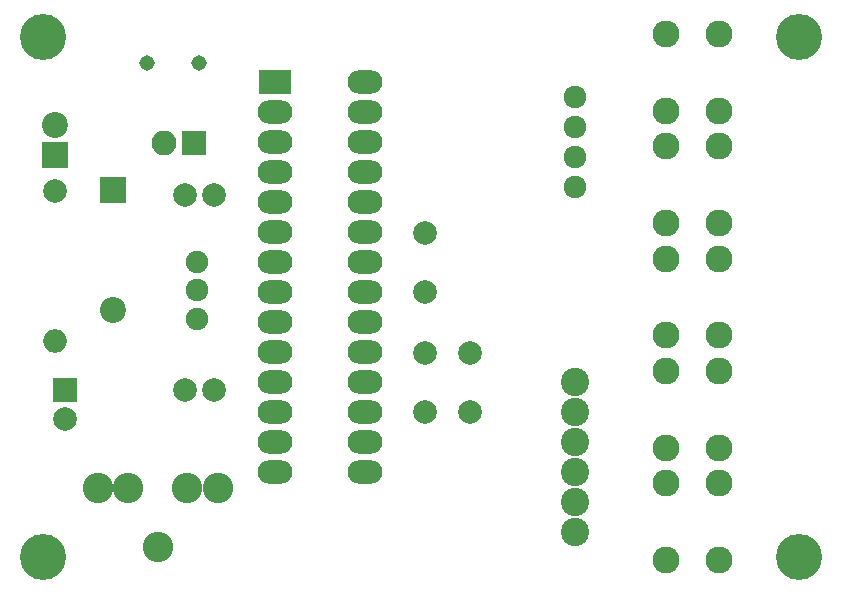
<source format=gbs>
G04 #@! TF.FileFunction,Soldermask,Bot*
%FSLAX46Y46*%
G04 Gerber Fmt 4.6, Leading zero omitted, Abs format (unit mm)*
G04 Created by KiCad (PCBNEW 4.0.5) date 07/20/17 14:13:58*
%MOMM*%
%LPD*%
G01*
G04 APERTURE LIST*
%ADD10C,0.100000*%
%ADD11C,2.000000*%
%ADD12R,2.000000X2.000000*%
%ADD13R,2.200000X2.200000*%
%ADD14C,2.200000*%
%ADD15C,1.924000*%
%ADD16R,2.800000X2.000000*%
%ADD17O,2.940000X2.000000*%
%ADD18C,1.309320*%
%ADD19R,2.100000X2.100000*%
%ADD20O,2.100000X2.100000*%
%ADD21C,1.900000*%
%ADD22O,2.000000X2.000000*%
%ADD23C,2.279600*%
%ADD24C,2.400000*%
%ADD25C,2.581860*%
%ADD26C,3.900000*%
G04 APERTURE END LIST*
D10*
D11*
X127000000Y-93345000D03*
X129500000Y-93345000D03*
X127000000Y-109855000D03*
X129500000Y-109855000D03*
D12*
X116840000Y-109855000D03*
D11*
X116840000Y-112355000D03*
X147320000Y-111760000D03*
X147320000Y-106760000D03*
X147320000Y-101600000D03*
X147320000Y-96600000D03*
X151130000Y-111760000D03*
X151130000Y-106760000D03*
D13*
X116000000Y-90000000D03*
D14*
X116000000Y-87460000D03*
D15*
X160020000Y-85090000D03*
X160020000Y-87630000D03*
X160020000Y-90170000D03*
X160020000Y-92710000D03*
D16*
X134620000Y-83820000D03*
D17*
X142240000Y-116840000D03*
X134620000Y-86360000D03*
X142240000Y-114300000D03*
X134620000Y-88900000D03*
X142240000Y-111760000D03*
X134620000Y-91440000D03*
X142240000Y-109220000D03*
X134620000Y-93980000D03*
X142240000Y-106680000D03*
X134620000Y-96520000D03*
X142240000Y-104140000D03*
X134620000Y-99060000D03*
X142240000Y-101600000D03*
X134620000Y-101600000D03*
X142240000Y-99060000D03*
X134620000Y-104140000D03*
X142240000Y-96520000D03*
X134620000Y-106680000D03*
X142240000Y-93980000D03*
X134620000Y-109220000D03*
X142240000Y-91440000D03*
X134620000Y-111760000D03*
X142240000Y-88900000D03*
X134620000Y-114300000D03*
X142240000Y-86360000D03*
X134620000Y-116840000D03*
X142240000Y-83820000D03*
D18*
X128199640Y-82170180D03*
X123800360Y-82170180D03*
D19*
X127750000Y-89000000D03*
D20*
X125210000Y-89000000D03*
D21*
X128000000Y-99000000D03*
X128000000Y-103880000D03*
D15*
X128000000Y-101440000D03*
D11*
X116000000Y-93000000D03*
D22*
X116000000Y-105700000D03*
D23*
X172260600Y-117748800D03*
X172260600Y-124251200D03*
X167739400Y-117748800D03*
X167739400Y-124251200D03*
X172260600Y-108248800D03*
X172260600Y-114751200D03*
X167739400Y-108248800D03*
X167739400Y-114751200D03*
X172260600Y-98748800D03*
X172260600Y-105251200D03*
X167739400Y-98748800D03*
X167739400Y-105251200D03*
X172260600Y-89248800D03*
X172260600Y-95751200D03*
X167739400Y-89248800D03*
X167739400Y-95751200D03*
X172260600Y-79748800D03*
X172260600Y-86251200D03*
X167739400Y-79748800D03*
X167739400Y-86251200D03*
D24*
X160020000Y-109220000D03*
X160020000Y-111760000D03*
X160020000Y-114300000D03*
X160020000Y-116840000D03*
X160020000Y-119380000D03*
X160020000Y-121920000D03*
D25*
X119616220Y-118191280D03*
X122214640Y-118191280D03*
X124714000Y-123190000D03*
X129811780Y-118191280D03*
X127213360Y-118191280D03*
D26*
X115000000Y-124000000D03*
X115000000Y-80000000D03*
X179000000Y-80000000D03*
X179000000Y-124000000D03*
D14*
X120904000Y-103124000D03*
D13*
X120904000Y-92964000D03*
M02*

</source>
